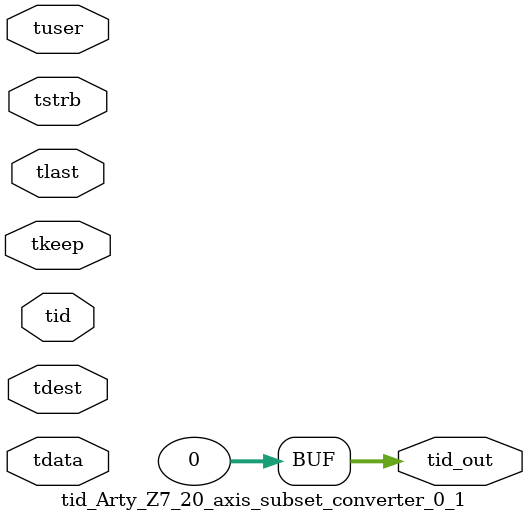
<source format=v>


`timescale 1ps/1ps

module tid_Arty_Z7_20_axis_subset_converter_0_1 #
(
parameter C_S_AXIS_TID_WIDTH   = 1,
parameter C_S_AXIS_TUSER_WIDTH = 0,
parameter C_S_AXIS_TDATA_WIDTH = 0,
parameter C_S_AXIS_TDEST_WIDTH = 0,
parameter C_M_AXIS_TID_WIDTH   = 32
)
(
input  [(C_S_AXIS_TID_WIDTH   == 0 ? 1 : C_S_AXIS_TID_WIDTH)-1:0       ] tid,
input  [(C_S_AXIS_TDATA_WIDTH == 0 ? 1 : C_S_AXIS_TDATA_WIDTH)-1:0     ] tdata,
input  [(C_S_AXIS_TUSER_WIDTH == 0 ? 1 : C_S_AXIS_TUSER_WIDTH)-1:0     ] tuser,
input  [(C_S_AXIS_TDEST_WIDTH == 0 ? 1 : C_S_AXIS_TDEST_WIDTH)-1:0     ] tdest,
input  [(C_S_AXIS_TDATA_WIDTH/8)-1:0 ] tkeep,
input  [(C_S_AXIS_TDATA_WIDTH/8)-1:0 ] tstrb,
input                                                                    tlast,
output [(C_M_AXIS_TID_WIDTH   == 0 ? 1 : C_M_AXIS_TID_WIDTH)-1:0       ] tid_out
);

assign tid_out = {1'b0};

endmodule


</source>
